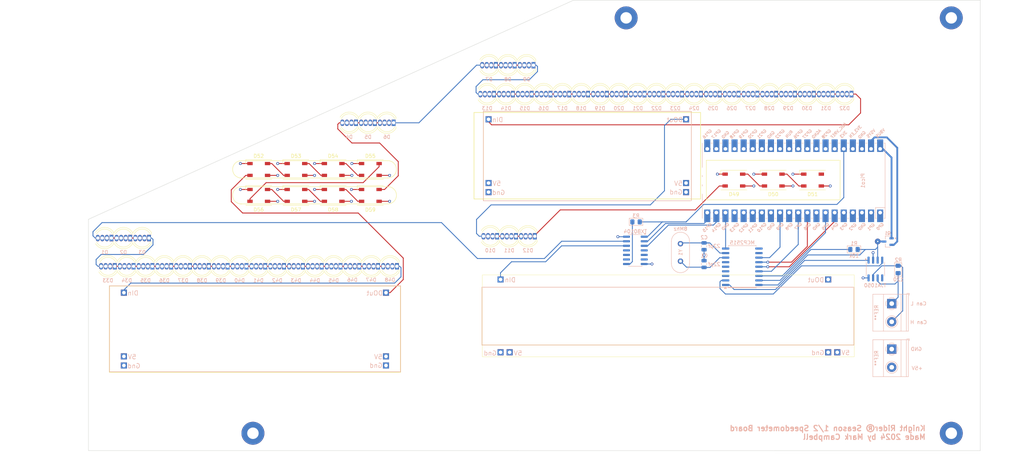
<source format=kicad_pcb>
(kicad_pcb (version 20240108) (generator "pcbnew") (generator_version "8.0")
  (layers (0 "F.Cu" signal) (1 "In1.Cu" power) (2 "In2.Cu" power) (31 "B.Cu" signal) (34 "B.Paste" user) (35 "F.Paste" user) (36 "B.SilkS" user "B.Silkscreen") (37 "F.SilkS" user "F.Silkscreen") (38 "B.Mask" user) (39 "F.Mask" user) (44 "Edge.Cuts" user))
  (net 0 "")
  (net 1 "Net-(D3-DOUT)")
  (net 2 "Net-(D6-DOUT)")
  (net 3 "Net-(D1-DIN)")
  (net 4 "Net-(D12-DOUT)")
  (net 5 "Net-(D1-DOUT)")
  (net 6 "GND")
  (net 7 "+5V")
  (net 8 "Net-(D2-DOUT)")
  (net 9 "Net-(D4-DOUT)")
  (net 10 "Net-(D5-DOUT)")
  (net 11 "Net-(D7-DOUT)")
  (net 12 "Net-(D8-DOUT)")
  (net 13 "Net-(D10-DOUT)")
  (net 14 "Net-(D11-DOUT)")
  (net 15 "Net-(D13-DOUT)")
  (net 16 "Net-(D14-DOUT)")
  (net 17 "Net-(D15-DOUT)")
  (net 18 "Net-(D16-DOUT)")
  (net 19 "Net-(D17-DOUT)")
  (net 20 "Net-(D18-DOUT)")
  (net 21 "Net-(D19-DOUT)")
  (net 22 "Net-(D20-DOUT)")
  (net 23 "Net-(D21-DOUT)")
  (net 24 "Net-(D22-DOUT)")
  (net 25 "Net-(D23-DOUT)")
  (net 26 "Net-(D24-DOUT)")
  (net 27 "Net-(D25-DOUT)")
  (net 28 "Net-(D26-DOUT)")
  (net 29 "Net-(D27-DOUT)")
  (net 30 "Net-(D28-DOUT)")
  (net 31 "Net-(D29-DOUT)")
  (net 32 "Net-(D30-DOUT)")
  (net 33 "Net-(D31-DOUT)")
  (net 34 "unconnected-(D32-DOUT-Pad1)")
  (net 35 "Net-(D33-DOUT)")
  (net 36 "Net-(D34-DOUT)")
  (net 37 "Net-(D35-DOUT)")
  (net 38 "Net-(D36-DOUT)")
  (net 39 "Net-(D37-DOUT)")
  (net 40 "Net-(D38-DOUT)")
  (net 41 "Net-(D39-DOUT)")
  (net 42 "Net-(D40-DOUT)")
  (net 43 "Net-(D41-DOUT)")
  (net 44 "Net-(D42-DOUT)")
  (net 45 "Net-(D43-DOUT)")
  (net 46 "Net-(D44-DOUT)")
  (net 47 "Net-(D45-DOUT)")
  (net 48 "Net-(D46-DOUT)")
  (net 49 "Net-(D47-DOUT)")
  (net 50 "unconnected-(D48-DOUT-Pad1)")
  (net 51 "Net-(D49-DOUT)")
  (net 52 "Net-(D50-DOUT)")
  (net 54 "unconnected-(D52-DIN-Pad4)")
  (net 55 "Net-(D53-DOUT)")
  (net 56 "Net-(D54-DOUT)")
  (net 57 "Net-(D55-DOUT)")
  (net 58 "Net-(D56-DOUT)")
  (net 59 "Net-(D57-DOUT)")
  (net 60 "Net-(D58-DOUT)")
  (net 61 "Net-(D52-DOUT)")
  (net 62 "Net-(D4-DIN)")
  (net 63 "Net-(D13-DIN)")
  (net 64 "unconnected-(D10-DIN-Pad4)")
  (net 65 "Net-(MCP2515-OSC2)")
  (net 66 "Net-(MCP2515-OSC1)")
  (net 69 "Net-(MCP2515-SCK)")
  (net 72 "Net-(MCP2515-RXCAN)")
  (net 75 "Net-(MCP2515-~{CS})")
  (net 76 "Net-(MCP2515-~{RESET})")
  (net 77 "Net-(MCP2515-SI)")
  (net 78 "Net-(MCP2515-TXCAN)")
  (net 79 "Net-(MCP2515-~{INT})")
  (net 80 "Net-(MCP2515-SO)")
  (net 81 "Net-(TJA1050-CANH)")
  (net 82 "Net-(TJA1050-CANL)")
  (net 86 "unconnected-(TXB0104-B2-Pad12)")
  (net 91 "Net-(Pico1-VSYS)")
  (net 96 "Net-(Pico1-GPIO15)")
  (net 108 "Net-(Pico1-VBUS)")
  (net 111 "Net-(Pico1-3V3)")
  (net 116 "Net-(Pico1-GPIO14)")
  (net 118 "Net-(TXB0104-OE)")
  (footprint "Custom Footprint Library:LED_D5.0mm-4_RGB_Circular_Margin" (layer "F.Cu") (at 64.085 106.172 180)
    (property "Reference" "D38")
    (property "Value" "NeoPixel_THT" (hide yes))
  )
  (footprint "MountingHole:MountingHole_3.2mm_M3_Pad" (layer "F.Cu") (at 76.4 152.773)
    (property "Reference" "REF**" (hide yes))
    (property "Value" "MountingHole_3.2mm_M3_Pad" (hide yes))
  )
  (footprint "Custom Footprint Library:LED_D5.0mm-4_RGB_Circular_Margin" (layer "F.Cu") (at 238.190552 58.113458 180)
    (property "Reference" "D31")
    (property "Value" "NeoPixel_THT" (hide yes))
  )
  (footprint "Custom Footprint Library:LED_D5.0mm-4_RGB_Circular_Margin" (layer "F.Cu") (at 211.940552 58.113458 180)
    (property "Reference" "D26")
    (property "Value" "NeoPixel_THT" (hide yes))
  )
  (footprint "Custom Footprint Library:LED_D5.0mm-4_RGB_Circular_Margin" (layer "F.Cu") (at 196.190552 58.113458 180)
    (property "Reference" "D23")
    (property "Value" "NeoPixel_THT" (hide yes))
  )
  (footprint "Custom Footprint Library:LED_D5.0mm-4_RGB_Circular_Margin" (layer "F.Cu") (at 100.835 106.172 180)
    (property "Reference" "D45")
    (property "Value" "NeoPixel_THT" (hide yes))
  )
  (footprint "" (layer "F.Cu") (at 113.538 131.318)
    (property "Reference" "")
    (property "Value" "")
  )
  (footprint "Custom Footprint Library:LED_D5.0mm-4_RGB_Circular_Margin" (layer "F.Cu") (at 48.335 106.172 180)
    (property "Reference" "D35")
    (property "Value" "NeoPixel_THT" (hide yes))
  )
  (footprint "Custom Footprint Library:LED_D5.0mm-4_RGB_Circular_Margin" (layer "F.Cu") (at 43.085 106.172 180)
    (property "Reference" "D34")
    (property "Value" "NeoPixel_THT" (hide yes))
  )
  (footprint "Custom Footprint Library:LED_D5.0mm-4_RGB_Circular_Margin" (layer "F.Cu") (at 159.440552 58.113458 180)
    (property "Reference" "D16")
    (property "Value" "NeoPixel_THT" (hide yes))
  )
  (footprint "Custom Footprint Library:LED_D5.0mm-4_RGB_Circular_Margin" (layer "F.Cu") (at 175.190552 58.113458 180)
    (property "Reference" "D19")
    (property "Value" "NeoPixel_THT" (hide yes))
  )
  (footprint "Custom Footprint Library:LED_D5.0mm-4_RGB_Circular_Margin" (layer "F.Cu") (at 116.585 106.172 180)
    (property "Reference" "D48")
    (property "Value" "NeoPixel_THT" (hide yes))
  )
  (footprint "Custom Footprint Library:LED_D5.0mm-4_RGB_Circular_Margin" (layer "F.Cu") (at 105.17 66.121 180)
    (property "Reference" "D4")
    (property "Value" "NeoPixel_THT" (hide yes))
  )
  (footprint "MountingHole:MountingHole_3.2mm_M3_Pad" (layer "F.Cu") (at 271.31 36.838)
    (property "Reference" "REF**" (hide yes))
    (property "Value" "MountingHole_3.2mm_M3_Pad" (hide yes))
  )
  (footprint "Custom Footprint Library:LED_D5.0mm-4_RGB_Circular_Margin" (layer "F.Cu") (at 222.440552 58.113458 180)
    (property "Reference" "D28")
    (property "Value" "NeoPixel_THT" (hide yes))
  )
  (footprint "" (layer "F.Cu") (at 148.047 130.175)
    (property "Reference" "")
    (property "Value" "")
  )
  (footprint "Custom Footprint Library:LED_D5.0mm-4_RGB_Circular_Margin" (layer "F.Cu") (at 243.440552 58.113458 180)
    (property "Reference" "D32")
    (property "Value" "NeoPixel_THT" (hide yes))
  )
  (footprint "Custom Footprint Library:LED_D5.0mm-4_RGB_Circular_Margin" (layer "F.Cu") (at 232.940552 58.113458 180)
    (property "Reference" "D30")
    (property "Value" "NeoPixel_THT" (hide yes))
  )
  (footprint "Custom Footprint Library:LED_D5.0mm-4_RGB_Circular_Margin" (layer "F.Cu") (at 143.691 58.12 180)
    (property "Reference" "D13")
    (property "Value" "NeoPixel_THT" (hide yes))
  )
  (footprint "Custom Footprint Library:LED_D5.0mm-4_RGB_Circular_Margin" (layer "F.Cu") (at 169.940552 58.113458 180)
    (property "Reference" "D18")
    (property "Value" "NeoPixel_THT" (hide yes))
  )
  (footprint "MountingHole:MountingHole_3.2mm_M3_Pad" (layer "F.Cu") (at 180.567 36.838)
    (property "Reference" "REF**" (hide yes))
    (property "Value" "MountingHole_3.2mm_M3_Pad" (hide yes))
  )
  (footprint "Custom Footprint Library:LED_D5.0mm-4_RGB_Circular_Margin" (layer "F.Cu") (at 110.42 66.121 180)
    (property "Reference" "D5")
    (property "Value" "NeoPixel_THT" (hide yes))
  )
  (footprint "Custom Footprint Library:LED_D5.0mm-4_RGB_Circular_Margin" (layer "F.Cu") (at 115.67 66.121 180)
    (property "Reference" "D6")
    (property "Value" "NeoPixel_THT" (hide yes))
  )
  (footprint "Custom Footprint Library:LED_D5.0mm-4_RGB_Circular_Margin" (layer "F.Cu") (at 227.690552 58.113458 180)
    (property "Reference" "D29")
    (property "Value" "NeoPixel_THT" (hide yes))
  )
  (footprint "LED_SMD:LED_WS2812B_PLCC4_5.0x5.0mm_P3.2mm" (layer "F.Cu") (at 98.789 79.148 180)
    (property "Reference" "D54")
    (property "Value" "WS2812B" (hide yes))
  )
  (footprint "Custom Footprint Library:LED_D5.0mm-4_RGB_Circular_Margin" (layer "F.Cu") (at 206.690552 58.113458 180)
    (property "Reference" "D25")
    (property "Value" "NeoPixel_THT" (hide yes))
  )
  (footprint "MountingHole:MountingHole_3.2mm_M3_Pad" (layer "F.Cu") (at 271.31 152.773)
    (property "Reference" "REF**" (hide yes))
    (property "Value" "MountingHole_3.2mm_M3_Pad" (hide yes))
  )
  (footprint "Custom Footprint Library:LED_D5.0mm-4_RGB_Circular_Margin" (layer "F.Cu") (at 148.940552 58.113458 180)
    (property "Reference" "D14")
    (property "Value" "NeoPixel_THT" (hide yes))
  )
  (footprint "Custom Footprint Library:LED_D5.0mm-4_RGB_Circular_Margin" (layer "F.Cu") (at 47.406 98.298 180)
    (property "Reference" "D3")
    (property "Value" "NeoPixel_THT" (hide yes))
  )
  (footprint "Custom Footprint Library:LED_D5.0mm-4_RGB_Circular_Margin" (layer "F.Cu") (at 201.440552 58.113458 180)
    (property "Reference" "D24")
    (property "Value" "NeoPixel_THT" (hide yes))
  )
  (footprint "Custom Footprint Library:LED_D5.0mm-4_RGB_Circular_Margin" (layer "F.Cu") (at 85.085 106.172 180)
    (property "Reference" "D42")
    (property "Value" "NeoPixel_THT" (hide yes))
  )
  (footprint "" (layer "F.Cu") (at 197.281 65.151)
    (property "Reference" "")
    (property "Value" "")
  )
  (footprint "" (layer "F.Cu") (at 145.38 109.855)
    (property "Reference" "")
    (property "Value" "")
  )
  (footprint "Custom Footprint Library:LED_D5.0mm-4_RGB_Circular_Margin" (layer "F.Cu") (at 155.059 97.79 180)
    (property "Reference" "D12")
    (property "Value" "NeoPixel_THT" (hide yes))
  )
  (footprint "Custom Footprint Library:LED_D5.0mm-4_RGB_Circular_Margin" (layer "F.Cu") (at 180.440552 58.113458 180)
    (property "Reference" "D20")
    (property "Value" "NeoPixel_THT" (hide yes))
  )
  (footprint "Custom Footprint Library:LED_D5.0mm-4_RGB_Circular_Margin" (layer "F.Cu") (at 144.559 97.79 180)
    (property "Reference" "D10")
    (property "Value" "NeoPixel_THT" (hide yes))
  )
  (footprint "Custom Footprint Library:LED_D5.0mm-4_RGB_Circular_Margin" (layer "F.Cu") (at 74.585 106.172 180)
    (property "Reference" "D40")
    (property "Value" "NeoPixel_THT" (hide yes))
  )
  (footprint "Custom Footprint Library:LED_D5.0mm-4_RGB_Circular_Margin" (layer "F.Cu") (at 217.190552 58.113458 180)
    (property "Reference" "D27")
    (property "Value" "NeoPixel_THT" (hide yes))
  )
  (footprint "" (layer "F.Cu") (at 113.538 133.858)
    (property "Reference" "")
    (property "Value" "")
  )
  (footprint "" (layer "F.Cu") (at 113.538 113.538)
    (property "Reference" "")
    (property "Value" "")
  )
  (footprint "Custom Footprint Library:LED_D5.0mm-4_RGB_Circular_Margin" (layer "F.Cu") (at 37.835 106.172 180)
    (property "Reference" "D33")
    (property "Value" "NeoPixel_THT" (hide yes))
  )
  (footprint "LED_SMD:LED_WS2812B_PLCC4_5.0x5.0mm_P3.2mm" (layer "F.Cu") (at 88.409 86.387 180)
    (property "Reference" "D57")
    (property "Value" "WS2812B" (hide yes))
  )
  (footprint "Custom Footprint Library:LED_D5.0mm-4_RGB_Circular_Margin" (layer "F.Cu") (at 106.085 106.172 180)
    (property "Reference" "D46")
    (property "Value" "NeoPixel_THT" (hide yes))
  )
  (footprint "" (layer "F.Cu") (at 236.947 130.175)
    (property "Reference" "")
    (property "Value" "")
  )
  (footprint "LED_SMD:LED_WS2812B_PLCC4_5.0x5.0mm_P3.2mm" (layer "F.Cu") (at 78.029 86.387 180)
    (property "Reference" "D56")
    (property "Value" "WS2812B" (hide yes))
  )
  (footprint "Custom Footprint Library:LED_D5.0mm-4_RGB_Circular_Margin" (layer "F.Cu") (at 149.809 97.79 180)
    (property "Reference" "D11")
    (property "Value" "NeoPixel_THT" (hide yes))
  )
  (footprint "" (layer "F.Cu") (at 239.487 130.175)
    (property "Reference" "")
    (property "Value" "")
  )
  (footprint "Custom Footprint Library:LED_D5.0mm-4_RGB_Circular_Margin" (layer "F.Cu") (at 90.335 106.172 180)
    (property "Reference" "D43")
    (property "Value" "NeoPixel_THT" (hide yes))
  )
  (footprint "LED_SMD:LED_WS2812B_PLCC4_5.0x5.0mm_P3.2mm" (layer "F.Cu") (at 109.169 86.387 180)
    (property "Reference" "D59")
    (property "Value" "WS2812B" (hide yes))
  )
  (footprint "Custom Footprint Library:LED_D5.0mm-4_RGB_Circular_Margin" (layer "F.Cu") (at 190.940552 58.113458 180)
    (property "Reference" "D22")
    (property "Value" "NeoPixel_THT" (hide yes))
  )
  (footprint "LED_SMD:LED_WS2812B_PLCC4_5.0x5.0mm_P3.2mm" (layer "F.Cu") (at 78.029 79.148 180)
    (property "Reference" "D52")
    (property "Value" "WS2812B" (hide yes))
  )
  (footprint "Custom Footprint Library:LED_D5.0mm-4_RGB_Circular_Margin" (layer "F.Cu") (at 53.585 106.172 180)
    (property "Reference" "D36")
    (property "Value" "NeoPixel_THT" (hide yes))
  )
  (footprint "Custom Footprint Library:LED_D5.0mm-4_RGB_Circular_Margin" (layer "F.Cu") (at 69.335 106.172 180)
    (property "Reference" "D39")
    (property "Value" "NeoPixel_THT" (hide yes))
  )
  (footprint "" (layer "F.Cu") (at 197.281 85.471)
    (property "Reference" "")
    (property "Value" "")
  )
  (footprint "Custom Footprint Library:LED_D5.0mm-4_RGB_Circular_Margin" (layer "F.Cu") (at 95.585 106.172 180)
    (property "Reference" "D44")
    (property "Value" "NeoPixel_THT" (hide yes))
  )
  (footprint "Custom Footprint Library:LED_D5.0mm-4_RGB_Circular_Margin" (layer "F.Cu") (at 111.335 106.172 180)
    (property "Reference" "D47")
    (property "Value" "NeoPixel_THT" (hide yes))
  )
  (footprint "" (layer "F.Cu") (at 236.947 109.855)
    (property "Reference" "")
    (property "Value" "")
  )
  (footprint "Custom Footprint Library:LED_D5.0mm-4_RGB_Circular_Margin" (layer "F.Cu") (at 144.199 50.046 180)
    (property "Reference" "D7")
    (property "Value" "NeoPixel_THT" (hide yes))
  )
  (footprint "LED_SMD:LED_WS2812B_PLCC4_5.0x5.0mm_P3.2mm" (layer "F.Cu") (at 221.615 82.1065 180)
    (property "Reference" "D50")
    (property "Value" "WS2812B" (hide yes))
  )
  (footprint "LED_SMD:LED_WS2812B_PLCC4_5.0x5.0mm_P3.2mm" (layer "F.Cu") (at 109.169 79.148 180)
    (property "Reference" "D55")
    (property "Value" "WS2812B" (hide yes))
  )
  (footprint "LED_SMD:LED_WS2812B_PLCC4_5.0x5.0mm_P3.2mm" (layer "F.Cu") (at 232.59 82.1065 180)
    (property "Reference" "D51")
    (property "Value" "WS2812B" (hide yes))
  )
  (footprint "Custom Footprint Library:LED_D5.0mm-4_RGB_Circular_Margin" (layer "F.Cu") (at 164.690552 58.113458 180)
    (property "Reference" "D17")
    (property "Value" "NeoPixel_THT" (hide yes))
  )
  (footprint "Custom Footprint Library:LED_D5.0mm-4_RGB_Circular_Margin" (layer "F.Cu") (at 58.835 106.172 180)
    (property "Reference" "D37")
    (property "Value" "NeoPixel_THT" (hide yes))
  )
  (footprint "" (layer "F.Cu") (at 197.281 82.931)
    (property "Reference" "")
    (property "Value" "")
  )
  (footprint "Custom Footprint Library:LED_D5.0mm-4_RGB_Circular_Margin" (layer "F.Cu") (at 154.699 50.046 180)
    (property "Reference" "D9")
    (property "Value" "NeoPixel_THT" (hide yes))
  )
  (footprint "" (layer "F.Cu") (at 142.163 65.151)
    (property "Reference" "")
    (property "Value" "")
  )
  (footprint "" (layer "F.Cu") (at 40.386 113.538)
    (property "Reference" "")
    (property "Value" "")
  )
  (footprint "Custom Footprint Library:LED_D5.0mm-4_RGB_Circular_Margin" (layer "F.Cu") (at 154.190552 58.113458 180)
    (property "Reference" "D15")
    (property "Value" "NeoPixel_THT" (hide yes))
  )
  (footprint "Custom Footprint Library:LED_D5.0mm-4_RGB_Circular_Margin" (layer "F.Cu") (at 149.449 50.046 180)
    (property "Reference" "D8")
    (property "Value" "NeoPixel_THT" (hide yes))
  )
  (footprint "LED_SMD:LED_WS2812B_PLCC4_5.0x5.0mm_P3.2mm" (layer "F.Cu") (at 210.64 82.1065 180)
    (property "Reference" "D49")
    (property "Value" "WS2812B" (hide yes))
  )
  (footprint "Custom Footprint Library:LED_D5.0mm-4_RGB_Circular_Margin" (layer "F.Cu") (at 79.835 106.172 180)
    (property "Reference" "D41")
    (property "Value" "NeoPixel_THT" (hide yes))
  )
  (footprint "LED_SMD:LED_WS2812B_PLCC4_5.0x5.0mm_P3.2mm" (layer "F.Cu") (at 98.789 86.387 180)
    (property "Reference" "D58")
    (property "Value" "WS2812B" (hide yes))
  )
  (footprint "" (layer "F.Cu") (at 145.507 130.175)
    (property "Reference" "")
    (property "Value" "")
  )
  (footprint "Custom Footprint Library:LED_D5.0mm-4_RGB_Circular_Margin" (layer "F.Cu") (at 42.156 98.298 180)
    (property "Reference" "D2")
    (property "Value" "NeoPixel_THT" (hide yes))
  )
  (footprint "Custom Footprint Library:LED_D5.0mm-4_RGB_Circular_Margin" (layer "F.Cu") (at 36.906 98.298 180)
    (property "Reference" "D1")
    (property "Value" "NeoPixel_THT" (hide yes))
  )
  (footprint "Custom Footprint Library:LED_D5.0mm-4_RGB_Circular_Margin" (layer "F.Cu") (at 185.690552 58.113458 180)
    (property "Reference" "D21")
    (property "Value" "NeoPixel_THT" (hide yes))
  )
  (footprint "LED_SMD:LED_WS2812B_PLCC4_5.0x5.0mm_P3.2mm" (layer "F.Cu") (at 88.409 79.148 180)
    (property "Reference" "D53")
    (property "Value" "WS2812B" (hide yes))
  )
  (footprint "TerminalBlock_Phoenix:TerminalBlock_Phoenix_MKDS-1,5-2-5.08_1x02_P5.08mm_Horizontal" (layer "B.Cu") (at 254.686 129.281 -90)
    (property "Reference" "REF**")
    (property "Value" "TerminalBlock_Phoenix_MKDS-1,5-2-5.08_1x02_P5.08mm_Horizontal" (hide yes))
  )
  (footprint "Capacitor_SMD:C_0805_2012Metric" (layer "B.Cu") (at 202.311 100.589 90)
    (property "Reference" "C2")
    (property "Value" "22pf" (hide yes))
  )
  (footprint "PCM_Resistor_SMD_AKL:R_0805_2012Metric_Pad1.15x1.40mm" (layer "B.Cu") (at 256.4765 107.052 90)
    (property "Reference" "R2")
    (property "Value" "120" (hide yes))
  )
  (footprint "" (layer "B.Cu") (at 40.386 131.318 180)
    (property "Reference" "5V")
    (property "Value" "")
  )
  (footprint "footprints:SOT91P240X110-3N_DMG2305UX-7" (layer "B.Cu") (at 253.619 99.27 180)
    (property "Reference" "Q1")
    (property "Value" "DMG2305UX")
  )
  (footprint "TerminalBlock_Phoenix:TerminalBlock_Phoenix_MKDS-1,5-2-5.08_1x02_P5.08mm_Horizontal" (layer "B.Cu") (at 254.686 116.581 -90)
    (property "Reference" "REF**")
    (property "Value" "TerminalBlock_Phoenix_MKDS-1,5-2-5.08_1x02_P5.08mm_Horizontal" (hide yes))
  )
  (footprint "" (layer "B.Cu") (at 142.163 85.471 180)
    (property "Reference" "Gnd")
    (property "Value" "")
  )
  (footprint "Crystal:Crystal_HC49-U_Vertical" (layer "B.Cu") (at 195.728 99.867 -90)
    (property "Reference" "Y1")
    (property "Value" "8Mhz")
  )
  (footprint "" (layer "B.Cu") (at 40.386 133.858 180)
    (property "Reference" "Gnd")
    (property "Value" "")
  )
  (footprint "PCM_Resistor_SMD_AKL:R_0805_2012Metric_Pad1.15x1.40mm" (layer "B.Cu") (at 183.326 93.7768 180)
    (property "Reference" "R3")
    (property "Value" "10k" (hide yes))
  )
  (footprint "MCU_RaspberryPi_and_Boards:RPi_Pico_SMD_TH" (layer "B.Cu") (at 227.33 82.296 90)
    (property "Reference" "Pico1")
    (property "Value" "Pico1")
  )
  (footprint "Package_SO:SOIC-8_3.9x4.9mm_P1.27mm" (layer "B.Cu") (at 250.1265 106.934 -90)
    (property "Reference" "TJA1050")
    (property "Value" "TJA1051T")
  )
  (footprint "PCM_Resistor_SMD_AKL:R_0805_2012Metric_Pad1.15x1.40mm" (layer "B.Cu") (at 244.1575 101.473 180)
    (property "Reference" "R1")
    (property "Value" "10k" (hide yes))
  )
  (footprint "Package_SO:SOIC-14_3.9x8.7mm_P1.27mm" (layer "B.Cu") (at 183.134 101.727 180)
    (property "Reference" "TXB0104")
    (property "Value" "TXB0104D")
  )
  (footprint "" (layer "B.Cu") (at 142.163 82.931 180)
    (property "Reference" "5V")
    (property "Value" "")
  )
  (footprint "Package_SO:SOIC-18W_7.5x11.6mm_P1.27mm" (layer "B.Cu") (at 212.979 106.299)
    (property "Reference" "MCP2515")
    (property "Value" "MCP2515-xSO")
  )
  (footprint "Capacitor_SMD:C_0805_2012Metric" (layer "B.Cu") (at 202.311 105.537 -90)
    (property "Reference" "C1")
    (property "Value" "22pf" (hide yes))
  )
  (gr_line (start 117.602 111.633) (end 117.602 135.609) (stroke (width 0.15)) (layer "B.SilkS"))
  (gr_line (start 140.715131 87.883868) (end 140.715131 62.918868) (stroke (width 0.15)) (layer "B.SilkS"))
  (gr_line (start 117.602 135.609) (end 36.357 135.609) (stroke (width 0.15)) (layer "B.SilkS"))
  (gr_line (start 140.715131 62.918868) (end 198.746131 62.918868) (stroke (width 0.15)) (layer "B.SilkS"))
  (gr_line (start 198.619131 87.883868) (end 140.715131 87.883868) (stroke (width 0.15)) (layer "B.SilkS"))
  (gr_line (start 198.746131 62.918868) (end 198.746131 87.883868) (stroke (width 0.15)) (layer "B.SilkS"))
  (gr_line (start 36.357 135.609) (end 36.357 111.633) (stroke (width 0.15)) (layer "B.SilkS"))
  (gr_line (start 36.357 111.633) (end 117.602 111.633) (stroke (width 0.15)) (layer "B.SilkS"))
  (gr_line (start 140.335659 112.012242) (end 244.132659 112.012242) (stroke (width 0.15)) (layer "B.SilkS"))
  (gr_line (start 244.132659 128.141242) (end 140.335659 128.141242) (stroke (width 0.15)) (layer "B.SilkS"))
  (gr_line (start 140.335659 128.141242) (end 140.335659 112.012242) (stroke (width 0.15)) (layer "B.SilkS"))
  (gr_line (start 244.132659 112.012242) (end 244.132659 128.141242) (stroke (width 0.15)) (layer "B.SilkS"))
  (gr_arc (start 114.298604 83.947) (mid 116.455681 86.473216) (end 114.046 88.759742) (stroke (width 0.15)) (layer "F.SilkS"))
  (gr_line (start 140.716 87.884) (end 140.716 62.919) (stroke (width 0.15)) (layer "F.SilkS"))
  (gr_line (start 244.132 112.014) (end 244.132 128.143) (stroke (width 0.15)) (layer "F.SilkS"))
  (gr_rect (start 138.099 63.246) (end 201.345 87.376) (stroke (width 0.2)) (fill none) (layer "F.SilkS"))
  (gr_line (start 36.338 111.652) (end 117.583 111.652) (stroke (width 0.15)) (layer "F.SilkS"))
  (gr_line (start 198.747 62.919) (end 198.747 87.884) (stroke (width 0.15)) (layer "F.SilkS"))
  (gr_line (start 114.046 81.520742) (end 73.024998 81.520742) (stroke (width 0.15)) (layer "F.SilkS"))
  (gr_line (start 240.284 76.581) (end 240.284 87.63) (stroke (width 0.15)) (layer "F.SilkS"))
  (gr_arc (start 114.298604 76.708) (mid 116.455683 79.234218) (end 114.046 81.520742) (stroke (width 0.15)) (layer "F.SilkS"))
  (gr_line (start 117.583 135.628) (end 36.338 135.628) (stroke (width 0.15)) (layer "F.SilkS"))
  (gr_line (start 140.335 128.143) (end 140.335 112.014) (stroke (width 0.15)) (layer "F.SilkS"))
  (gr_arc (start 73.152 88.773) (mid 70.739 86.36) (end 73.152 83.947) (stroke (width 0.15)) (layer "F.SilkS"))
  (gr_line (start 240.284 76.581) (end 202.946 76.581) (stroke (width 0.15)) (layer "F.SilkS"))
  (gr_line (start 140.335 112.014) (end 244.132 112.014) (stroke (width 0.15)) (layer "F.SilkS"))
  (gr_rect (start 36.322 111.633) (end 117.602 135.763) (stroke (width 0.2)) (fill none) (layer "F.SilkS"))
  (gr_line (start 244.132 128.143) (end 140.335 128.143) (stroke (width 0.15)) (layer "F.SilkS"))
  (gr_line (start 114.046 88.759742) (end 73.024998 88.759742) (stroke (width 0.15)) (layer "F.SilkS"))
  (gr_arc (start 73.152 81.534) (mid 70.739 79.121) (end 73.152 76.708) (stroke (width 0.15)) (layer "F.SilkS"))
  (gr_line (start 114.298604 83.947) (end 73.025 83.947) (stroke (width 0.15)) (layer "F.SilkS"))
  (gr_line (start 117.583 111.652) (end 117.583 135.628) (stroke (width 0.15)) (layer "F.SilkS"))
  (gr_line (start 36.338 135.628) (end 36.338 111.652) (stroke (width 0.15)) (layer "F.SilkS"))
  (gr_line (start 240.284 87.63) (end 202.946 87.63) (stroke (width 0.15)) (layer "F.SilkS"))
  (gr_line (start 140.716 62.919) (end 198.747 62.919) (stroke (width 0.15)) (layer "F.SilkS"))
  (gr_line (start 202.946 76.581) (end 202.946 87.63) (stroke (width 0.15)) (layer "F.SilkS"))
  (gr_rect (start 140.427 108.585) (end 244.221 131.445) (stroke (width 0.1)) (fill none) (layer "F.SilkS"))
  (gr_line (start 198.62 87.884) (end 140.716 87.884) (stroke (width 0.15)) (layer "F.SilkS"))
  (gr_line (start 114.298604 76.708) (end 73.025 76.708) (stroke (width 0.15)) (layer "F.SilkS"))
  (gr_line (start 30.5 93.0515) (end 165.9 31.9) (stroke (width 0.1)) (layer "Edge.Cuts"))
  (gr_line (start 279.4 31.9) (end 279.4 157.607) (stroke (width 0.1)) (layer "Edge.Cuts"))
  (gr_line (start 30.5 157.6) (end 30.5 93.0515) (stroke (width 0.1)) (layer "Edge.Cuts"))
  (gr_line (start 279.4 157.607) (end 30.5 157.6) (stroke (width 0.1)) (layer "Edge.Cuts"))
  (gr_line (start 165.9 31.9) (end 279.4 31.9) (stroke (width 0.1)) (layer "Edge.Cuts"))
  (gr_text "DIn" (at 144.703 65.278 0) (layer "B.SilkS") (effects (font (size 1.27 1.27)) (justify mirror)))
  (gr_text "Gnd" (at 142.621 130.429 0) (layer "B.SilkS") (effects (font (size 1.27 1.27)) (justify mirror)))
  (gr_text "DOut" (at 194.106 65.278 0) (layer "B.SilkS") (effects (font (size 1.27 1.27)) (justify mirror)))
  (gr_text "DOut" (at 233.553 109.982 0) (layer "B.SilkS") (effects (font (size 1.27 1.27)) (justify mirror)))
  (gr_text "DIn" (at 42.926 113.665 0) (layer "B.SilkS") (effects (font (size 1.27 1.27)) (justify mirror)))
  (gr_text "DOut" (at 110.363 113.665 0) (layer "B.SilkS") (effects (font (size 1.27 1.27)) (justify mirror)))
  (gr_text "Gnd" (at 110.744 133.858 0) (layer "B.SilkS") (effects (font (size 1.27 1.27)) (justify mirror)))
  (gr_text "Gnd" (at 194.487 85.471 0) (layer "B.SilkS") (effects (font (size 1.27 1.27)) (justify mirror)))
  (gr_text "5V" (at 195.122 83.058 0) (layer "B.SilkS") (effects (font (size 1.27 1.27)) (justify mirror)))
  (gr_text "Gnd" (at 234.061 130.302 0) (layer "B.SilkS") (effects (font (size 1.27 1.27)) (justify mirror)))
  (gr_text "5V" (at 111.379 131.445 0) (layer "B.SilkS") (effects (font (size 1.27 1.27)) (justify mirror)))
  (gr_text "5V" (at 241.808 130.302 0) (layer "B.SilkS") (effects (font (size 1.27 1.27)) (justify mirror)))
  (gr_text "Knight Rider® Season 1/2 Speedometer Board\nMade 2024 by Mark Campbell" (at 264.287 154.686 0) (layer "B.SilkS") (effects (font (size 1.5 1.5) (thickness 0.3) (bold yes)) (justify left bottom mirror)))
  (gr_text "DIn" (at 148.209 109.982 0) (layer "B.SilkS") (effects (font (size 1.27 1.27)) (justify mirror)))
  (gr_text "5V" (at 150.368 130.429 0) (layer "B.SilkS") (effects (font (size 1.27 1.27)) (justify mirror)))
  (segment (start 32.639 104.267) (end 32.639 105.664) (width 0.25) (layer "B.Cu") (net 1))
  (segment (start 48.514 100.203) (end 45.847 102.87) (width 0.25) (layer "B.Cu") (net 1))
  (segment (start 34.036 102.87) (end 32.639 104.267) (width 0.25) (layer "B.Cu") (net 1))
  (segment (start 45.847 102.87) (end 34.036 102.87) (width 0.25) (layer "B.Cu") (net 1))
  (segment (start 48.133 98.298) (end 48.514 98.679) (width 0.25) (layer "B.Cu") (net 1))
  (segment (start 48.514 98.679) (end 48.514 100.203) (width 0.25) (layer "B.Cu") (net 1))
  (segment (start 47.406 98.298) (end 48.133 98.298) (width 0.25) (layer "B.Cu") (net 1))
  (segment (start 32.639 105.664) (end 33.147 106.172) (width 0.25) (layer "B.Cu") (net 1))
  (segment (start 33.147 106.172) (end 34.025 106.172) (width 0.25) (layer "B.Cu") (net 1))
  (segment (start 138.803 50.046) (end 140.389 50.046) (width 0.25) (layer "B.Cu") (net 2))
  (segment (start 115.67 66.121) (end 122.728 66.121) (width 0.25) (layer "B.Cu") (net 2))
  (segment (start 122.728 66.121) (end 138.803 50.046) (width 0.25) (layer "B.Cu") (net 2))
  (segment (start 162.56 99.187) (end 180.659 99.187) (width 0.25) (layer "B.Cu") (net 3))
  (segment (start 33.096 98.298) (end 32.385 98.298) (width 0.25) (layer "B.Cu") (net 3))
  (segment (start 157.734 104.013) (end 162.56 99.187) (width 0.25) (layer "B.Cu") (net 3))
  (segment (start 32.385 98.298) (end 31.75 97.663) (width 0.25) (layer "B.Cu") (net 3))
  (segment (start 34.29 93.98) (end 129.032 93.98) (width 0.25) (layer "B.Cu") (net 3))
  (segment (start 31.75 96.52) (end 34.29 93.98) (width 0.25) (layer "B.Cu") (net 3))
  (segment (start 139.065 104.013) (end 157.734 104.013) (width 0.25) (layer "B.Cu") (net 3))
  (segment (start 31.75 97.663) (end 31.75 96.52) (width 0.25) (layer "B.Cu") (net 3))
  (segment (start 129.032 93.98) (end 139.065 104.013) (width 0.25) (layer "B.Cu") (net 3))
  (segment (start 162.179 90.424) (end 199.898 90.424) (width 0.25) (layer "F.Cu") (net 4))
  (segment (start 199.898 90.424) (end 206.5655 83.7565) (width 0.25) (layer "F.Cu") (net 4))
  (segment (start 155.059 97.544) (end 162.179 90.424) (width 0.25) (layer "F.Cu") (net 4))
  (segment (start 206.5655 83.7565) (end 208.19 83.7565) (width 0.25) (layer "F.Cu") (net 4))
  (segment (start 155.059 97.79) (end 155.059 97.544) (width 0.25) (layer "F.Cu") (net 4))
  (segment (start 36.906 98.298) (end 38.346 98.298) (width 0.25) (layer "F.Cu") (net 5))
  (segment (start 206.031 80.4545) (end 206.033 80.4565) (width 0.25) (layer "F.Cu") (net 6))
  (segment (start 96.339 77.498) (end 93.599 77.497) (width 0.25) (layer "F.Cu") (net 6))
  (segment (start 85.959 84.737) (end 83.312 84.736) (width 0.25) (layer "F.Cu") (net 6))
  (segment (start 227.113 80.4545) (end 227.115 80.4565) (width 0.25) (layer "F.Cu") (net 6))
  (segment (start 104.014 77.598) (end 104.013 77.597) (width 0.25) (layer "F.Cu") (net 6))
  (segment (start 216.191 80.4545) (end 216.193 80.4565) (width 0.25) (layer "F.Cu") (net 6))
  (segment (start 72.898 84.736) (end 72.899 84.737) (width 0.25) (layer "F.Cu") (net 6))
  (segment (start 83.312 77.597) (end 83.313 77.598) (width 0.25) (layer "F.Cu") (net 6))
  (segment (start 106.719 84.737) (end 103.886 84.736) (width 0.25) (layer "F.Cu") (net 6))
  (segment (start 75.579 77.498) (end 72.899 77.498) (width 0.25) (layer "F.Cu") (net 6))
  (segment (start 208.19 80.4565) (end 206.031 80.4545) (width 0.25) (layer "F.Cu") (net 6))
  (segment (start 83.312 84.736) (end 83.313 84.737) (width 0.25) (layer "F.Cu") (net 6))
  (segment (start 106.719 77.498) (end 104.014 77.498) (width 0.25) (layer "F.Cu") (net 6))
  (segment (start 72.899 77.598) (end 72.898 77.597) (width 0.25) (layer "F.Cu") (net 6))
  (segment (start 85.959 77.498) (end 83.312 77.497) (width 0.25) (layer "F.Cu") (net 6))
  (segment (start 103.886 84.736) (end 103.887 84.737) (width 0.25) (layer "F.Cu") (net 6))
  (segment (start 93.6 84.737) (end 93.599 84.736) (width 0.25) (layer "F.Cu") (net 6))
  (segment (start 96.339 84.737) (end 93.6 84.737) (width 0.25) (layer "F.Cu") (net 6))
  (segment (start 219.165 80.4565) (end 216.191 80.4545) (width 0.25) (layer "F.Cu") (net 6))
  (segment (start 75.579 84.737) (end 72.898 84.736) (width 0.25) (layer "F.Cu") (net 6))
  (segment (start 230.14 80.4565) (end 227.113 80.4545) (width 0.25) (layer "F.Cu") (net 6))
  (segment (start 93.599 77.597) (end 93.6 77.598) (width 0.25) (layer "F.Cu") (net 6))
  (via (at 249.4915 102.362) (size 0.8) (drill 0.4) (layers "F.Cu" "B.Cu") (net 6))
  (via (at 93.599 77.497) (size 0.8) (drill 0.4) (layers "F.Cu" "B.Cu") (net 6))
  (via (at 227.113 80.4545) (size 0.8) (drill 0.4) (layers "F.Cu" "B.Cu") (net 6))
  (via (at 93.599 84.736) (size 0.8) (drill 0.4) (layers "F.Cu" "B.Cu") (net 6))
  (via (at 103.886 84.736) (size 0.8) (drill 0.4) (layers "F.Cu" "B.Cu") (net 6))
  (via (at 246.6975 109.409) (size 0.8) (drill 0.4) (layers "F.Cu" "B.Cu") (net 6))
  (via (at 83.312 77.497) (size 0.8) (drill 0.4) (layers "F.Cu" "B.Cu") (net 6))
  (via (at 72.898 84.736) (size 0.8) (drill 0.4) (layers "F.Cu" "B.Cu") (net 6))
  (via (at 83.312 84.736) (size 0.8) (drill 0.4) (layers "F.Cu" "B.Cu") (net 6))
  (via (at 187.771 105.537) (size 0.8) (drill 0.4) (layers "F.Cu" "B.Cu") (net 6))
  (via (at 202.311 103.063) (size 0.8) (drill 0.4) (layers "F.Cu" "B.Cu") (net 6))
  (via (at 72.898 77.497) (size 0.8) (drill 0.4) (layers "F.Cu" "B.Cu") (net 6))
  (via (at 206.031 80.4545) (size 0.8) (drill 0.4) (layers "F.Cu" "B.Cu") (net 6))
  (via (at 104.013 77.497) (size 0.8) (drill 0.4) (layers "F.Cu" "B.Cu") (net 6))
  (via (at 216.191 80.4545) (size 0.8) (drill 0.4) (layers "F.Cu" "B.Cu") (net 6))
  (segment (start 246.6975 109.409) (end 248.2215 109.409) (width 0.25) (layer "B.Cu") (net 6))
  (segment (start 249.4915 102.362) (end 249.4915 104.459) (width 0.25) (layer "B.Cu") (net 6))
  (segment (start 202.311 104.333) (end 202.311 103.063) (width 0.25) (layer "B.Cu") (net 6))
  (segment (start 202.311 101.153) (end 202.311 103.063) (width 0.25) (layer "B.Cu") (net 6))
  (segment (start 208.28 93.726) (end 208.329 93.775) (width 0.25) (layer "B.Cu") (net 6))
  (segment (start 185.609 105.537) (end 187.771 105.537) (width 0.25) (layer "B.Cu") (net 6))
  (segment (start 208.329 93.775) (end 208.329 101.219) (width 0.25) (layer "B.Cu") (net 6))
  (segment (start 208.28 91.186) (end 208.28 93.726) (width 0.25) (layer "B.Cu") (net 6))
  (segment (start 111.619 88.037) (end 114.554 88.038) (width 0.25) (layer "F.Cu") (net 7))
  (segment (start 83.311 88.037) (end 83.312 88.038) (width 0.25) (layer "F.Cu") (net 7))
  (segment (start 101.239 80.798) (end 104.012 80.798) (width 0.25) (layer "F.Cu") (net 7))
  (segment (start 104.012 80.898) (end 104.013 80.899) (width 0.25) (layer "F.Cu") (net 7))
  (segment (start 103.886 88.038) (end 103.885 88.037) (width 0.25) (layer "F.Cu") (net 7))
  (segment (start 80.479 80.798) (end 83.311 80.798) (width 0.25) (layer "F.Cu") (net 7))
  (segment (start 224.065 83.7565) (end 227.113 83.7565) (width 0.25) (layer "F.Cu") (net 7))
  (segment (start 83.312 80.899) (end 83.058 80.899) (width 0.25) (layer "F.Cu") (net 7))
  (segment (start 83.311 80.898) (end 83.312 80.899) (width 0.25) (layer "F.Cu") (net 7))
  (segment (start 114.554 88.038) (end 114.553 88.037) (width 0.25) (layer "F.Cu") (net 7))
  (segment (start 93.599 88.038) (end 93.598 88.037) (width 0.25) (layer "F.Cu") (net 7))
  (segment (start 111.619 80.798) (end 114.554 80.799) (width 0.25) (layer "F.Cu") (net 7))
  (segment (start 213.09 83.7565) (end 216.191 83.7565) (width 0.25) (layer "F.Cu") (net 7))
  (segment (start 90.859 88.037) (end 93.599 88.038) (width 0.25) (layer "F.Cu") (net 7))
  (segment (start 93.598 80.898) (end 93.599 80.899) (width 0.25) (layer "F.Cu") (net 7))
  (segment (start 101.239 88.037) (end 103.886 88.038) (width 0.25) (layer "F.Cu") (net 7))
  (segment (start 80.479 88.037) (end 83.311 88.037) (width 0.25) (layer "F.Cu") (net 7))
  (segment (start 235.04 83.7565) (end 237.527 83.7565) (width 0.25) (layer "F.Cu") (net 7))
  (segment (start 250.808 99.27) (end 250.782 99.244) (width 0.25) (layer "F.Cu") (net 7))
  (segment (start 83.058 80.899) (end 83.057 80.898) (width 0.25) (layer "F.Cu") (net 7))
  (segment (start 114.554 80.899) (end 114.553 80.898) (width 0.25) (layer "F.Cu") (net 7))
  (segment (start 90.859 80.798) (end 93.598 80.798) (width 0.25) (layer "F.Cu") (net 7))
  (via (at 178.246 97.917) (size 0.8) (drill 0.4) (layers "F.Cu" "B.Cu") (net 7))
  (via (at 216.191 83.7565) (size 0.8) (drill 0.4) (layers "F.Cu" "B.Cu") (net 7))
  (via (at 104.013 80.799) (size 0.8) (drill 0.4) (layers "F.Cu" "B.Cu") (net 7))
  (via (at 237.527 83.7565) (size 0.8) (drill 0.4) (layers "F.Cu" "B.Cu") (net 7))
  (via (at 250.782 99.244) (size 1.6) (drill 0.4) (layers "F.Cu" "B.Cu") (net 7))
  (via (at 83.312 80.799) (size 0.8) (drill 0.4) (layers "F.Cu" "B.Cu") (net 7))
  (via (at 103.886 88.038) (size 0.8) (drill 0.4) (layers "F.Cu" "B.Cu") (net 7))
  (via (at 93.599 80.799) (size 0.8) (drill 0.4) (layers "F.Cu" "B.Cu") (net 7))
  (via (at 114.554 88.038) (size 0.8) (drill 0.4) (layers "F.Cu" "B.Cu") (net 7))
  (via (at 227.113 83.7565) (size 0.8) (drill 0.4) (layers "F.Cu" "B.Cu") (net 7))
  (via (at 83.312 88.038) (size 0.8) (drill 0.4) (layers "F.Cu" "B.Cu") (net 7))
  (via (at 93.599 88.038) (size 0.8) (drill 0.4) (layers "F.Cu" "B.Cu") (net 7))
  (via (at 114.554 80.799) (size 0.8) (drill 0.4) (layers "F.Cu" "B.Cu") (net 7))
  (segment (start 250.1265 101.473) (end 250.7615 100.838) (width 0.25) (layer "B.Cu") (net 7))
  (segment (start 250.7615 99.2645) (end 250.782 99.244) (width 0.25) (layer "B.Cu") (net 7))
  (segment (start 252.594 99.27) (end 252.288 99.27) (width 0.25) (layer "B.Cu") (net 7))
  (segment (start 250.782 99.244) (end 252.568 99.244) (width 0.5) (layer "B.Cu") (net 7))
  (segment (start 249.555 101.473) (end 250.1265 101.473) (width 0.25) (layer "B.Cu") (net 7))
  (segment (start 252.568 99.244) (end 252.594 99.27) (width 0.5) (layer "B.Cu") (net 7))
  (segment (start 250.7615 100.838) (end 250.7615 99.2645) (width 0.25) (layer "B.Cu") (net 7))
  (segment (start 247.3325 101.473) (end 245.1825 101.473) (width 0.25) (layer "B.Cu") (net 7))
  (segment (start 180.659 97.917) (end 178.246 97.917) (width 0.25) (layer "B.Cu") (net 7))
  (segment (start 250.7615 104.459) (end 250.7615 100.838) (width 0.25) (layer "B.Cu") (net 7))
  (segment (start 247.3325 101.473) (end 249.555 101.473) (width 0.25) (layer "B.Cu") (net 7))
  (segment (start 245.8085 102.997) (end 247.3325 101.473) (width 0.25) (layer "B.Cu") (net 7))
  (segment (start 222.887792 111.379) (end 231.269792 102.997) (width 0.25) (layer "B.Cu") (net 7))
  (segment (start 231.269792 102.997) (end 245.8085 102.997) (width 0.25) (layer "B.Cu") (net 7))
  (segment (start 217.629 111.379) (end 222.887792 111.379) (width 0.25) (layer "B.Cu") (net 7))
  (segment (start 42.156 98.298) (end 43.596 98.298) (width 0.25) (layer "F.Cu") (net 8))
  (segment (start 105.17 66.121) (end 106.61 66.121) (width 0.25) (layer "F.Cu") (net 9))
  (segment (start 110.42 66.121) (end 111.86 66.121) (width 0.25) (layer "F.Cu") (net 10))
  (segment (start 144.199 50.046) (end 145.639 50.046) (width 0.25) (layer "F.Cu") (net 11))
  (segment (start 149.449 50.046) (end 150.889 50.046) (width 0.25) (layer "F.Cu") (net 12))
  (segment (start 144.559 97.79) (end 145.999 97.79) (width 0.25) (layer "F.Cu") (net 13))
  (segment (start 149.809 97.79) (end 151.249 97.79) (width 0.25) (layer "F.Cu") (net 14))
  (segment (start 143.845 58.12) (end 144.018 58.293) (width 0.25) (layer "F.Cu") (net 15))
  (segment (start 145.12401 58.12) (end 145.130552 58.113458) (width 0.25) (layer "F.Cu") (net 15))
  (segment (start 145.32401 58.42) (end 145.330552 58.413458) (width 0.25) (layer "F.Cu") (net 15))
  (segment (start 143.691 58.12) (end 145.12401 58.12) (width 0.25) (layer "F.Cu") (net 15))
  (segment (start 148.940552 58.113458) (end 150.380552 58.113458) (width 0.25) (layer "F.Cu") (net 16))
  (segment (start 154.190552 58.113458) (end 155.630552 58.113458) (width 0.25) (layer "F.Cu") (net 17))
  (segment (start 159.440552 58.113458) (end 160.880552 58.113458) (width 0.25) (layer "F.Cu") (net 18))
  (segment (start 164.690552 58.113458) (end 166.130552 58.113458) (width 0.25) (layer "F.Cu") (net 19))
  (segment (start 169.940552 58.113458) (end 171.380552 58.113458) (width 0.25) (layer "F.Cu") (net 20))
  (segment (start 175.190552 58.113458) (end 176.630552 58.113458) (width 0.25) (layer "F.Cu") (net 21))
  (segment (start 180.440552 58.113458) (end 181.880552 58.113458) (width 0.25) (layer "F.Cu") (net 22))
  (segment (start 185.690552 58.113458) (end 187.130552 58.113458) (width 0.25) (layer "F.Cu") (net 23))
  (segment (start 190.940552 58.113458) (end 192.380552 58.113458) (width 0.25) (layer "F.Cu") (net 24))
  (segment (start 196.190552 58.113458) (end 197.630552 58.113458) (width 0.25) (layer "F.Cu") (net 25))
  (segment (start 201.440552 58.113458) (end 202.880552 58.113458) (width 0.25) (layer "F.Cu") (net 26))
  (segment (start 206.690552 58.113458) (end 208.130552 58.113458) (width 0.25) (layer "F.Cu") (net 27))
  (segment (start 211.940552 58.113458) (end 213.380552 58.113458) (width 0.25) (layer "F.Cu") (net 28))
  (segment (start 217.190552 58.113458) (end 218.630552 58.113458) (width 0.25) (layer "F.Cu") (net 29))
  (segment (start 222.440552 58.113458) (end 223.880552 58.113458) (width 0.25) (layer "F.Cu") (net 30))
  (segment (start 227.690552 58.113458) (end 229.130552 58.113458) (width 0.25) (layer "F.Cu") (net 31))
  (segment (start 232.940552 58.113458) (end 234.380552 58.113458) (width 0.25) (layer "F.Cu") (net 32))
  (segment (start 238.190552 58.113458) (end 239.630552 58.113458) (width 0.25) (layer "F.Cu") (net 33))
  (segment (start 242.697 66.675) (end 143.002 66.675) (width 0.25) (layer "F.Cu") (net 34))
  (segment (start 244.676458 58.113458) (end 245.999 59.436) (width 0.25) (layer "F.Cu") (net 34))
  (segment (start 142.163 65.836) (end 142.163 65.151) (width 0.25) (layer "F.Cu") (net 34))
  (segment (start 143.002 66.675) (end 142.163 65.836) (width 0.25) (layer "F.Cu") (net 34))
  (segment (start 243.440552 58.113458) (end 244.676458 58.113458) (width 0.25) (layer "F.Cu") (net 34))
  (segment (start 245.999 59.436) (end 245.999 63.373) (width 0.25) (layer "F.Cu") (net 34))
  (segment (start 245.999 63.373) (end 242.697 66.675) (width 0.25) (layer "F.Cu") (net 34))
  (segment (start 37.835 106.172) (end 39.275 106.172) (width 0.25) (layer "F.Cu") (net 35))
  (segment (start 43.085 106.172) (end 44.525 106.172) (width 0.25) (layer "F.Cu") (net 36))
  (segment (start 48.335 106.172) (end 49.775 106.172) (width 0.25) (layer "F.Cu") (net 37))
  (segment (start 53.585 106.172) (end 55.025 106.172) (width 0.25) (layer "F.Cu") (net 38))
  (segment (start 58.835 106.172) (end 60.275 106.172) (width 0.25) (layer "F.Cu") (net 39))
  (segment (start 64.085 106.172) (end 65.525 106.172) (width 0.25) (layer "F.Cu") (net 40))
  (segment (start 69.335 106.172) (end 70.775 106.172) (width 0.25) (layer "F.Cu") (net 41))
  (segment (start 74.585 106.172) (end 76.025 106.172) (width 0.25) (layer "F.Cu") (net 42))
  (segment (start 79.835 106.172) (end 81.275 106.172) (width 0.25) (layer "F.Cu") (net 43))
  (segment (start 85.085 106.172) (end 86.525 106.172) (width 0.25) (layer "F.Cu") (net 44))
  (segment (start 90.335 106.172) (end 91.775 106.172) (width 0.25) (layer "F.Cu") (net 45))
  (segment (start 95.585 106.172) (end 97.025 106.172) (width 0.25) (layer "F.Cu") (net 46))
  (segment (start 100.835 106.172) (end 102.275 106.172) (width 0.25) (layer "F.Cu") (net 47))
  (segment (start 106.085 106.172) (end 107.525 106.172) (width 0.25) (layer "F.Cu") (net 48))
  (segment (start 111.335 106.172) (end 112.775 106.172) (width 0.25) (layer "F.Cu") (net 49))
  (segment (start 42.291 110.871) (end 40.386 112.776) (width 0.25) (layer "B.Cu") (net 50))
  (segment (start 117.729 106.553) (end 117.729 109.093) (width 0.25) (layer "B.Cu") (net 50))
  (segment (start 115.951 110.871) (end 42.291 110.871) (width 0.25) (layer "B.Cu") (net 50))
  (segment (start 117.729 109.093) (end 115.951 110.871) (width 0.25) (layer "B.Cu") (net 50))
  (segment (start 117.348 106.172) (end 117.729 106.553) (width 0.25) (layer "B.Cu") (net 50))
  (segment (start 40.386 112.776) (end 40.386 113.538) (width 0.25) (layer "B.Cu") (net 50))
  (segment (start 116.585 106.172) (end 117.348 106.172) (width 0.25) (layer "B.Cu") (net 50))
  (segment (start 217.842 83.7565) (end 219.165 83.7565) (width 0.25) (layer "F.Cu") (net 51))
  (segment (start 213.09 80.4565) (end 214.542 80.4565) (width 0.25) (layer "F.Cu") (net 51))
  (segment (start 214.542 80.4565) (end 217.842 83.7565) (width 0.25) (layer "F.Cu") (net 51))
  (segment (start 228.764 83.7565) (end 230.14 83.7565) (width 0.25) (layer "F.Cu") (net 52))
  (segment (start 225.464 80.4565) (end 228.764 83.7565) (width 0.25) (layer "F.Cu") (net 52))
  (segment (start 224.065 80.4565) (end 225.464 80.4565) (width 0.25) (layer "F.Cu") (net 52))
  (segment (start 113.538 113.538) (end 114.681 113.538) (width 0.25) (layer "F.Cu") (net 54))
  (segment (start 74.396 80.798) (end 75.579 80.798) (width 0.25) (layer "F.Cu") (net 54))
  (segment (start 70.358 88.138) (end 70.358 84.836) (width 0.25) (layer "F.Cu") (net 54))
  (segment (start 118.364 109.855) (end 118.364 103.886) (width 0.25) (layer "F.Cu") (net 54))
  (segment (start 105.791 91.313) (end 73.533 91.313) (width 0.25) (layer "F.Cu") (net 54))
  (segment (start 114.681 113.538) (end 118.364 109.855) (width 0.25) (layer "F.Cu") (net 54))
  (segment (start 70.358 84.836) (end 74.396 80.798) (width 0.25) (layer "F.Cu") (net 54))
  (segment (start 118.364 103.886) (end 105.791 91.313) (width 0.25) (layer "F.Cu") (net 54))
  (segment (start 73.533 91.313) (end 70.358 88.138) (width 0.25) (layer "F.Cu") (net 54))
  (segment (start 95.376 80.798) (end 96.339 80.798) (width 0.25) (layer "F.Cu") (net 55))
  (segment (start 92.076 77.498) (end 95.376 80.798) (width 0.25) (layer "F.Cu") (net 55))
  (segment (start 90.859 77.498) (end 92.076 77.498) (width 0.25) (layer "F.Cu") (net 55))
  (segment (start 101.239 77.498) (end 102.363 77.498) (width 0.25) (layer "F.Cu") (net 56))
  (segment (start 102.363 77.498) (end 105.663 80.798) (width 0.25) (layer "F.Cu") (net 56))
  (segment (start 105.663 80.798) (end 106.719 80.798) (width 0.25) (layer "F.Cu") (net 56))
  (segment (start 107.161 82.831) (end 111.619 78.373) (width 0.25) (layer "F.Cu") (net 57))
  (segment (start 80.085 82.831) (end 107.161 82.831) (width 0.25) (layer "F.Cu") (net 57))
  (segment (start 111.619 78.373) (end 111.619 77.498) (width 0.25) (layer "F.Cu") (net 57))
  (segment (start 75.579 87.337) (end 75.579 88.037) (width 0.25) (layer "F.Cu") (net 57))
  (segment (start 80.085 82.831) (end 75.579 87.337) (width 0.25) (layer "F.Cu") (net 57))
  (segment (start 84.962 88.037) (end 85.959 88.037) (width 0.25) (layer "F.Cu") (net 58))
  (segment (start 80.479 84.737) (end 81.662 84.737) (width 0.25) (layer "F.Cu") (net 58))
  (segment (start 81.662 84.737) (end 84.962 88.037) (width 0.25) (layer "F.Cu") (net 58))
  (segment (start 95.249 88.037) (end 96.339 88.037) (width 0.25) (layer "F.Cu") (net 59))
  (segment (start 90.859 84.737) (end 91.949 84.737) (width 0.25) (layer "F.Cu") (net 59))
  (segment (start 91.949 84.737) (end 95.249 88.037) (width 0.25) (layer "F.Cu") (net 59))
  (segment (start 101.239 84.737) (end 102.363 84.737) (width 0.25) (layer "F.Cu") (net 60))
  (segment (start 102.363 84.737) (end 105.663 88.037) (width 0.25) (layer "F.Cu") (net 60))
  (segment (start 105.663 88.037) (end 106.719 88.037) (width 0.25) (layer "F.Cu") (net 60))
  (segment (start 81.662 77.498) (end 84.962 80.798) (width 0.25) (layer "F.Cu") (net 61))
  (segment (start 84.962 80.798) (end 85.959 80.798) (width 0.25) (layer "F.Cu") (net 61))
  (segment (start 80.479 77.498) (end 81.662 77.498) (width 0.25) (layer "F.Cu") (net 61))
  (segment (start 104.013 71.755) (end 100.076 67.818) (width 0.25) (layer "F.Cu") (net 62))
  (segment (start 113.129 84.737) (end 116.967 80.899) (width 0.25) (layer "F.Cu") (net 62))
  (segment (start 111.619 84.737) (end 113.129 84.737) (width 0.25) (layer "F.Cu") (net 62))
  (segment (start 100.503 66.121) (end 101.36 66.121) (width 0.25) (layer "F.Cu") (net 62))
  (segment (start 100.076 67.818) (end 100.076 66.548) (width 0.25) (layer "F.Cu") (net 62))
  (segment (start 100.076 66.548) (end 100.503 66.121) (width 0.25) (layer "F.Cu") (net 62))
  (segment (start 111.76 71.755) (end 104.013 71.755) (width 0.25) (layer "F.Cu") (net 62))
  (segment (start 116.967 80.899) (end 116.967 76.962) (width 0.25) (layer "F.Cu") (net 62))
  (segment (start 116.967 76.962) (end 111.76 71.755) (width 0.25) (layer "F.Cu") (net 62))
  (segment (start 138.684 56.007) (end 138.684 57.658) (width 0.25) (layer "B.Cu") (net 63))
  (segment (start 139.146 58.12) (end 139.881 58.12) (width 0.25) (layer "B.Cu") (net 63))
  (segment (start 155.456 50.046) (end 155.829 50.419) (width 0.25) (layer "B.Cu") (net 63))
  (segment (start 155.829 50.419) (end 155.829 51.816) (width 0.25) (layer "B.Cu") (net 63))
  (segment (start 153.543 54.102) (end 140.589 54.102) (width 0.25) (layer "B.Cu") (net 63))
  (segment (start 154.699 50.046) (end 155.456 50.046) (width 0.25) (layer "B.Cu") (net 63))
  (segment (start 155.829 51.816) (end 153.543 54.102) (width 0.25) (layer "B.Cu") (net 63))
  (segment (start 140.589 54.102) (end 138.684 56.007) (width 0.25) (layer "B.Cu") (net 63))
  (segment (start 138.684 57.658) (end 139.146 58.12) (width 0.25) (layer "B.Cu") (net 63))
  (segment (start 142.875 89.027) (end 138.811 93.091) (width 0.25) (layer "B.Cu") (net 64))
  (segment (start 139.573 97.79) (end 140.749 97.79) (width 0.25) (layer "B.Cu") (net 64))
  (segment (start 138.811 93.091) (end 138.811 97.028) (width 0.25) (layer "B.Cu") (net 64))
  (segment (start 138.811 97.028) (end 139.573 97.79) (width 0.25) (layer "B.Cu") (net 64))
  (segment (start 193.04 65.151) (end 191.262 66.929) (width 0.25) (layer "B.Cu") (net 64))
  (segment (start 191.262 85.09) (end 187.325 89.027) (width 0.25) (layer "B.Cu") (net 64))
  (segment (start 187.325 89.027) (end 142.875 89.027) (width 0.25) (layer "B.Cu") (net 64))
  (segment (start 191.262 66.929) (end 191.262 85.09) (width 0.25) (layer "B.Cu") (net 64))
  (segment (start 197.281 65.151) (end 193.04 65.151) (width 0.25) (layer "B.Cu") (net 64))
  (segment (start 197.407 106.426) (end 195.728 104.747) (width 0.25) (layer "B.Cu") (net 65))
  (segment (start 202.332 106.508) (end 202.311 106.487) (width 0.25) (layer "B.Cu") (net 65))
  (segment (start 208.329 103.759) (end 206.69 103.759) (width 0.25) (layer "B.Cu") (net 65))
  (segment (start 203.327 106.487) (end 202.311 106.487) (width 0.25) (layer "B.Cu") (net 65))
  (segment (start 206.69 103.759) (end 203.962 106.487) (width 0.25) (layer "B.Cu") (net 65))
  (segment (start 202.311 106.487) (end 202.25 106.426) (width 0.25) (layer "B.Cu") (net 65))
  (segment (start 202.25 106.426) (end 197.407 106.426) (width 0.25) (layer "B.Cu") (net 65))
  (segment (start 203.962 106.487) (end 203.327 106.487) (width 0.25) (layer "B.Cu") (net 65))
  (segment (start 196.027 99.568) (end 195.728 99.867) (width 0.25) (layer "B.Cu") (net 66))
  (segment (start 195.956 99.639) (end 195.728 99.867) (width 0.25) (layer "B.Cu") (net 66))
  (segment (start 202.311 99.639) (end 202.24 99.568) (width 0.25) (layer "B.Cu") (net 66))
  (segment (start 206.756 102.489) (end 203.906 99.639) (width 0.25) (layer "B.Cu") (net 66))
  (segment (start 202.311 99.639) (end 195.956 99.639) (width 0.25) (layer "B.Cu") (net 66))
  (segment (start 203.692001 99.639) (end 202.311 99.639) (width 0.25) (layer "B.Cu") (net 66))
  (segment (start 203.906 99.639) (end 202.311 99.639) (width 0.25) (layer "B.Cu") (net 66))
  (segment (start 208.329 102.489) (end 206.756 102.489) (width 0.25) (layer "B.Cu") (net 66))
  (segment (start 231.14 100.613604) (end 231.14 91.186) (width 0.25) (layer "F.Cu") (net 69))
  (segment (start 220.091 105.029) (end 226.724604 105.029) (width 0.25) (layer "F.Cu") (net 69))
  (segment (start 226.724604 105.029) (end 231.14 100.613604) (width 0.25) (layer "F.Cu") (net 69))
  (via (at 220.091 105.029) (size 0.8) (drill 0.4) (layers "F.Cu" "B.Cu") (net 69))
  (segment (start 217.629 105.029) (end 220.091 105.029) (width 0.25) (layer "B.Cu") (net 69))
  (segment (start 221.620584 113.919) (end 208.28 113.919) (width 0.25) (layer "B.Cu") (net 72))
  (segment (start 208.28 113.919) (end 206.756 112.395) (width 0.25) (layer "B.Cu") (net 72))
  (segment (start 206.756 112.395) (end 206.756 110.49) (width 0.25) (layer "B.Cu") (net 72))
  (segment (start 252.0315 104.459) (end 252.0315 105.283) (width 0.25) (layer "B.Cu") (net 72))
  (segment (start 207.137 110.109) (end 208.329 110.109) (width 0.25) (layer "B.Cu") (net 72))
  (segment (start 252.0315 105.283) (end 251.2695 106.045) (width 0.25) (layer "B.Cu") (net 72))
  (segment (start 206.756 110.49) (end 207.137 110.109) (width 0.25) (layer "B.Cu") (net 72))
  (segment (start 251.2695 106.045) (end 229.494584 106.045) (width 0.25) (layer "B.Cu") (net 72))
  (segment (start 229.494584 106.045) (end 221.620584 113.919) (width 0.25) (layer "B.Cu") (net 72))
  (segment (start 217.629 108.839) (end 224.155 108.839) (width 0.25) (layer "B.Cu") (net 75))
  (segment (start 236.22 96.774) (end 236.22 91.186) (width 0.25) (layer "B.Cu") (net 75))
  (segment (start 224.155 108.839) (end 236.22 96.774) (width 0.25) (layer "B.Cu") (net 75))
  (segment (start 243.1325 101.473) (end 232.157396 101.473) (width 0.25) (layer "B.Cu") (net 76))
  (segment (start 232.157396 101.473) (end 231.902698 101.727698) (width 0.25) (layer "B.Cu") (net 76))
  (segment (start 223.521396 110.109) (end 231.902698 101.727698) (width 0.25) (layer "B.Cu") (net 76))
  (segment (start 217.629 110.109) (end 223.521396 110.109) (width 0.25) (layer "B.Cu") (net 76))
  (segment (start 238.76 91.186) (end 238.76 93.63) (width 0.25) (layer "F.Cu") (net 77))
  (segment (start 238.76 93.63) (end 226.091 106.299) (width 0.25) (layer "F.Cu") (net 77))
  (segment (start 226.091 106.299) (end 220.091 106.299) (width 0.25) (layer "F.Cu") (net 77))
  (via (at 220.091 106.299) (size 0.8) (drill 0.4) (layers "F.Cu" "B.Cu") (net 77))
  (segment (start 217.629 106.299) (end 220.091 106.299) (width 0.25) (layer "B.Cu") (net 77))
  (segment (start 210.693 112.649) (end 209.423 111.379) (width 0.25) (layer "B.Cu") (net 78))
  (segment (start 248.1595 104.521) (end 230.382188 104.521) (width 0.25) (layer "B.Cu") (net 78))
  (segment (start 230.382188 104.521) (end 222.254188 112.649) (width 0.25) (layer "B.Cu") (net 78))
  (segment (start 209.423 111.379) (end 208.329 111.379) (width 0.25) (layer "B.Cu") (net 78))
  (segment (start 248.2215 104.459) (end 248.1595 104.521) (width 0.25) (layer "B.Cu") (net 78))
  (segment (start 222.254188 112.649) (end 210.693 112.649) (width 0.25) (layer "B.Cu") (net 78))
  (segment (start 220.599 103.759) (end 217.629 103.759) (width 0.25) (layer "B.Cu") (net 79))
  (segment (start 223.52 100.838) (end 220.599 103.759) (width 0.25) (layer "B.Cu") (net 79))
  (segment (start 223.52 91.186) (end 223.52 100.838) (width 0.25) (layer "B.Cu") (net 79))
  (segment (start 217.629 107.569) (end 221.107 107.569) (width 0.25) (layer "B.Cu") (net 80))
  (segment (start 228.6 95.766) (end 228.6 95.25) (width 0.25) (layer "B.Cu") (net 80))
  (segment (start 221.107 107.569) (end 228.6 100.076) (width 0.25) (layer "B.Cu") (net 80))
  (segment (start 228.6 95.25) (end 228.6 91.186) (width 0.25) (layer "B.Cu") (net 80))
  (segment (start 228.6 100.076) (end 228.6 95.25) (width 0.25) (layer "B.Cu") (net 80))
  (segment (start 257.25225 106.027) (end 257.7465 106.52125) (width 0.25) (layer "B.Cu") (net 81))
  (segment (start 256.6265 119.7205) (end 254.686 121.661) (width 0.25) (layer "B.Cu") (net 81))
  (segment (start 250.8195 107.13) (end 249.4915 108.458) (width 0.25) (layer "B.Cu") (net 81))
  (segment (start 257.7465 118.6005) (end 256.6265 119.7205) (width 0.25) (layer "B.Cu") (net 81))
  (segment (start 256.4765 106.027) (end 251.923896 106.027) (width 0.25) (layer "B.Cu") (net 81))
  (segment (start 251.923896 106.027) (end 250.820896 107.13) (width 0.25) (layer "B.Cu") (net 81))
  (segment (start 256.4765 106.027) (end 257.25225 106.027) (width 0.25) (layer "B.Cu") (net 81))
  (segment (start 249.4915 108.458) (end 249.4915 109.409) (width 0.25) (layer "B.Cu") (net 81))
  (segment (start 257.7465 106.52125) (end 257.7465 118.6005) (width 0.25) (layer "B.Cu") (net 81))
  (segment (start 250.820896 107.13) (end 250.8195 107.13) (width 0.25) (layer "B.Cu") (net 81))
  (segment (start 256.4765 110.236) (end 256.4765 108.077) (width 0.25) (layer "B.Cu") (net 82))
  (segment (start 250.7615 110.363) (end 251.5235 111.125) (width 0.25) (layer "B.Cu") (net 82))
  (segment (start 256.4765 114.7905) (end 254.686 116.581) (width 0.25) (layer "B.Cu") (net 82))
  (segment (start 250.7615 109.409) (end 250.7615 110.363) (width 0.25) (layer "B.Cu") (net 82))
  (segment (start 251.5235 111.125) (end 255.5875 111.125) (width 0.25) (layer "B.Cu") (net 82))
  (segment (start 255.5875 111.125) (end 256.4765 110.236) (width 0.25) (layer "B.Cu") (net 82))
  (segment (start 256.4765 114.7905) (end 256.4765 110.236) (width 0.25) (layer "B.Cu") (net 82))
  (segment (start 162.56 100.457) (end 158.115 104.902) (width 0.25) (layer "B.Cu") (net 86))
  (segment (start 180.659 100.457) (end 162.56 100.457) (width 0.25) (layer "B.Cu") (net 86))
  (segment (start 148.59 104.902) (end 145.507 107.985) (width 0.25) (layer "B.Cu") (net 86))
  (segment (start 158.115 104.902) (end 148.59 104.902) (width 0.25) (layer "B.Cu") (net 86))
  (segment (start 145.507 107.985) (end 145.507 109.855) (width 0.25) (layer "B.Cu") (net 86))
  (segment (start 256.234 99.239) (end 256.234 73.108) (width 0.5) (layer "B.Cu") (net 91))
  (segment (start 254.644 100.185) (end 255.288 100.185) (width 0.5) (layer "B.Cu") (net 91))
  (segment (start 256.234 73.108) (end 253.313 70.187) (width 0.5) (layer "B.Cu") (net 91))
  (segment (start 255.288 100.185) (end 256.234 99.239) (width 0.5) (layer "B.Cu") (net 91))
  (segment (start 253.313 70.187) (end 249.884 70.187) (width 0.5) (layer "B.Cu") (net 91))
  (segment (start 249.884 70.187) (end 248.92 71.151) (width 0.5) (layer "B.Cu") (net 91))
  (segment (start 248.92 71.151) (end 248.92 73.406) (width 0.25) (layer "B.Cu") (net 91))
  (segment (start 186.583999 99.187) (end 185.609 99.187) (width 0.25) (layer "B.Cu") (net 96))
  (segment (start 203.2 91.186) (end 203.2 93.345) (width 0.25) (layer "B.Cu") (net 96))
  (segment (start 203.2 93.345) (end 202.311 94.234) (width 0.25) (layer "B.Cu") (net 96))
  (segment (start 191.536999 94.234) (end 186.583999 99.187) (width 0.25) (layer "B.Cu") (net 96))
  (segment (start 202.311 94.234) (end 191.536999 94.234) (width 0.25) (layer "B.Cu") (net 96))
  (segment (start 254.644 98.355) (end 254.635 98.346) (width 0.5) (layer "B.Cu") (net 108))
  (segment (start 254.635 75.827) (end 252.214 73.406) (width 0.5) (layer "B.Cu") (net 108))
  (segment (start 254.635 98.346) (end 254.635 75.827) (width 0.5) (layer "B.Cu") (net 108))
  (segment (start 252.214 73.406) (end 251.46 73.406) (width 0.5) (layer "B.Cu") (net 108))
  (segment (start 190.754 93.7768) (end 197.3072 93.7768) (width 0.25) (layer "B.Cu") (net 111))
  (segment (start 184.351 93.726) (end 184.478 93.853) (width 0.25) (layer "B.Cu") (net 111))
  (segment (start 239.395 88.9) (end 202.184 88.9) (width 0.25) (layer "B.Cu") (net 111))
  (segment (start 202.184 88.9) (end 197.5485 93.5355) (width 0.25) (layer "B.Cu") (net 111))
  (segment (start 197.5485 93.5355) (end 197.3 93.784) (width 0.25) (layer "B.Cu") (net 111))
  (segment (start 186.5122 97.917) (end 190.6524 93.7768) (width 0.25) (layer "B.Cu") (net 111))
  (segment (start 197.3072 93.7768) (end 197.5485 93.5355) (width 0.25) (layer "B.Cu") (net 111))
  (segment (start 241.3 86.995) (end 239.395 88.9) (width 0.25) (layer "B.Cu") (net 111))
  (segment (start 185.609 97.917) (end 186.5122 97.917) (width 0.25) (layer "B.Cu") (net 111))
  (segment (start 190.6524 93.7768) (end 190.754 93.7768) (width 0.25) (layer "B.Cu") (net 111))
  (segment (start 241.3 73.406) (end 241.3 86.995) (width 0.25) (layer "B.Cu") (net 111))
  (segment (start 184.351 93.7768) (end 190.754 93.7768) (width 0.25) (layer "B.Cu") (net 111))
  (segment (start 204.909 94.684) (end 192.356999 94.684) (width 0.25) (layer "B.Cu") (net 116))
  (segment (start 186.583999 100.457) (end 185.609 100.457) (width 0.25) (layer "B.Cu") (net 116))
  (segment (start 205.74 91.186) (end 205.74 93.853) (width 0.25) (layer "B.Cu") (net 116))
  (segment (start 192.356999 94.684) (end 186.583999 100.457) (width 0.25) (layer "B.Cu") (net 116))
  (segment (start 205.74 93.853) (end 204.909 94.684) (width 0.25) (layer "B.Cu") (net 116))
  (segment (start 182.301 104.869999) (end 182.301 93.726) (width 0.25) (layer "B.Cu") (net 118))
  (segment (start 181.633999 105.537) (end 182.301 104.869999) (width 0.25) (layer "B.Cu") (net 118))
  (segment (start 180.659 105.537) (end 181.633999 105.537) (width 0.25) (layer "B.Cu") (net 118))
)
</source>
